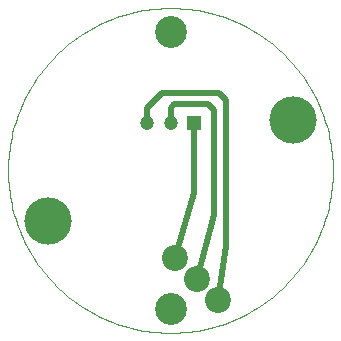
<source format=gtl>
G75*
%MOIN*%
%OFA0B0*%
%FSLAX25Y25*%
%IPPOS*%
%LPD*%
%AMOC8*
5,1,8,0,0,1.08239X$1,22.5*
%
%ADD10C,0.00000*%
%ADD11R,0.04724X0.04724*%
%ADD12C,0.04724*%
%ADD13C,0.08661*%
%ADD14C,0.02000*%
%ADD15C,0.10630*%
%ADD16C,0.15748*%
D10*
X0055134Y0001000D02*
X0053816Y0001016D01*
X0052498Y0001064D01*
X0051182Y0001144D01*
X0049869Y0001257D01*
X0048559Y0001401D01*
X0047252Y0001577D01*
X0045950Y0001785D01*
X0044654Y0002024D01*
X0043364Y0002295D01*
X0042080Y0002597D01*
X0040805Y0002931D01*
X0039538Y0003295D01*
X0038280Y0003690D01*
X0037033Y0004116D01*
X0035796Y0004572D01*
X0034570Y0005058D01*
X0033357Y0005573D01*
X0032156Y0006118D01*
X0030970Y0006693D01*
X0029797Y0007295D01*
X0028640Y0007926D01*
X0027498Y0008586D01*
X0026373Y0009272D01*
X0025265Y0009986D01*
X0024174Y0010727D01*
X0023102Y0011494D01*
X0022049Y0012287D01*
X0021015Y0013105D01*
X0020002Y0013949D01*
X0019009Y0014817D01*
X0018038Y0015708D01*
X0017089Y0016623D01*
X0016163Y0017561D01*
X0015259Y0018521D01*
X0014380Y0019503D01*
X0013524Y0020506D01*
X0012693Y0021529D01*
X0011887Y0022573D01*
X0011107Y0023636D01*
X0010353Y0024717D01*
X0009626Y0025817D01*
X0008926Y0026933D01*
X0008253Y0028067D01*
X0007607Y0029217D01*
X0006990Y0030382D01*
X0006402Y0031561D01*
X0005842Y0032755D01*
X0005312Y0033962D01*
X0004811Y0035181D01*
X0004340Y0036413D01*
X0003899Y0037655D01*
X0003489Y0038908D01*
X0003109Y0040170D01*
X0002760Y0041442D01*
X0002442Y0042721D01*
X0002156Y0044008D01*
X0001900Y0045301D01*
X0001677Y0046600D01*
X0001485Y0047905D01*
X0001325Y0049213D01*
X0001197Y0050525D01*
X0001100Y0051840D01*
X0001036Y0053157D01*
X0001004Y0054475D01*
X0001004Y0055793D01*
X0001036Y0057111D01*
X0001100Y0058428D01*
X0001197Y0059743D01*
X0001325Y0061055D01*
X0001485Y0062363D01*
X0001677Y0063668D01*
X0001900Y0064967D01*
X0002156Y0066260D01*
X0002442Y0067547D01*
X0002760Y0068826D01*
X0003109Y0070098D01*
X0003489Y0071360D01*
X0003899Y0072613D01*
X0004340Y0073855D01*
X0004811Y0075087D01*
X0005312Y0076306D01*
X0005842Y0077513D01*
X0006402Y0078707D01*
X0006990Y0079886D01*
X0007607Y0081051D01*
X0008253Y0082201D01*
X0008926Y0083335D01*
X0009626Y0084451D01*
X0010353Y0085551D01*
X0011107Y0086632D01*
X0011887Y0087695D01*
X0012693Y0088739D01*
X0013524Y0089762D01*
X0014380Y0090765D01*
X0015259Y0091747D01*
X0016163Y0092707D01*
X0017089Y0093645D01*
X0018038Y0094560D01*
X0019009Y0095451D01*
X0020002Y0096319D01*
X0021015Y0097163D01*
X0022049Y0097981D01*
X0023102Y0098774D01*
X0024174Y0099541D01*
X0025265Y0100282D01*
X0026373Y0100996D01*
X0027498Y0101682D01*
X0028640Y0102342D01*
X0029797Y0102973D01*
X0030970Y0103575D01*
X0032156Y0104150D01*
X0033357Y0104695D01*
X0034570Y0105210D01*
X0035796Y0105696D01*
X0037033Y0106152D01*
X0038280Y0106578D01*
X0039538Y0106973D01*
X0040805Y0107337D01*
X0042080Y0107671D01*
X0043364Y0107973D01*
X0044654Y0108244D01*
X0045950Y0108483D01*
X0047252Y0108691D01*
X0048559Y0108867D01*
X0049869Y0109011D01*
X0051182Y0109124D01*
X0052498Y0109204D01*
X0053816Y0109252D01*
X0055134Y0109268D01*
X0056452Y0109252D01*
X0057770Y0109204D01*
X0059086Y0109124D01*
X0060399Y0109011D01*
X0061709Y0108867D01*
X0063016Y0108691D01*
X0064318Y0108483D01*
X0065614Y0108244D01*
X0066904Y0107973D01*
X0068188Y0107671D01*
X0069463Y0107337D01*
X0070730Y0106973D01*
X0071988Y0106578D01*
X0073235Y0106152D01*
X0074472Y0105696D01*
X0075698Y0105210D01*
X0076911Y0104695D01*
X0078112Y0104150D01*
X0079298Y0103575D01*
X0080471Y0102973D01*
X0081628Y0102342D01*
X0082770Y0101682D01*
X0083895Y0100996D01*
X0085003Y0100282D01*
X0086094Y0099541D01*
X0087166Y0098774D01*
X0088219Y0097981D01*
X0089253Y0097163D01*
X0090266Y0096319D01*
X0091259Y0095451D01*
X0092230Y0094560D01*
X0093179Y0093645D01*
X0094105Y0092707D01*
X0095009Y0091747D01*
X0095888Y0090765D01*
X0096744Y0089762D01*
X0097575Y0088739D01*
X0098381Y0087695D01*
X0099161Y0086632D01*
X0099915Y0085551D01*
X0100642Y0084451D01*
X0101342Y0083335D01*
X0102015Y0082201D01*
X0102661Y0081051D01*
X0103278Y0079886D01*
X0103866Y0078707D01*
X0104426Y0077513D01*
X0104956Y0076306D01*
X0105457Y0075087D01*
X0105928Y0073855D01*
X0106369Y0072613D01*
X0106779Y0071360D01*
X0107159Y0070098D01*
X0107508Y0068826D01*
X0107826Y0067547D01*
X0108112Y0066260D01*
X0108368Y0064967D01*
X0108591Y0063668D01*
X0108783Y0062363D01*
X0108943Y0061055D01*
X0109071Y0059743D01*
X0109168Y0058428D01*
X0109232Y0057111D01*
X0109264Y0055793D01*
X0109264Y0054475D01*
X0109232Y0053157D01*
X0109168Y0051840D01*
X0109071Y0050525D01*
X0108943Y0049213D01*
X0108783Y0047905D01*
X0108591Y0046600D01*
X0108368Y0045301D01*
X0108112Y0044008D01*
X0107826Y0042721D01*
X0107508Y0041442D01*
X0107159Y0040170D01*
X0106779Y0038908D01*
X0106369Y0037655D01*
X0105928Y0036413D01*
X0105457Y0035181D01*
X0104956Y0033962D01*
X0104426Y0032755D01*
X0103866Y0031561D01*
X0103278Y0030382D01*
X0102661Y0029217D01*
X0102015Y0028067D01*
X0101342Y0026933D01*
X0100642Y0025817D01*
X0099915Y0024717D01*
X0099161Y0023636D01*
X0098381Y0022573D01*
X0097575Y0021529D01*
X0096744Y0020506D01*
X0095888Y0019503D01*
X0095009Y0018521D01*
X0094105Y0017561D01*
X0093179Y0016623D01*
X0092230Y0015708D01*
X0091259Y0014817D01*
X0090266Y0013949D01*
X0089253Y0013105D01*
X0088219Y0012287D01*
X0087166Y0011494D01*
X0086094Y0010727D01*
X0085003Y0009986D01*
X0083895Y0009272D01*
X0082770Y0008586D01*
X0081628Y0007926D01*
X0080471Y0007295D01*
X0079298Y0006693D01*
X0078112Y0006118D01*
X0076911Y0005573D01*
X0075698Y0005058D01*
X0074472Y0004572D01*
X0073235Y0004116D01*
X0071988Y0003690D01*
X0070730Y0003295D01*
X0069463Y0002931D01*
X0068188Y0002597D01*
X0066904Y0002295D01*
X0065614Y0002024D01*
X0064318Y0001785D01*
X0063016Y0001577D01*
X0061709Y0001401D01*
X0060399Y0001257D01*
X0059086Y0001144D01*
X0057770Y0001064D01*
X0056452Y0001016D01*
X0055134Y0001000D01*
D11*
X0063008Y0070882D03*
D12*
X0055134Y0070882D03*
X0047260Y0070882D03*
D13*
X0056724Y0025984D03*
X0063795Y0018913D03*
X0070866Y0011842D03*
D14*
X0073638Y0029968D01*
X0073638Y0078756D01*
X0071276Y0081118D01*
X0052378Y0081118D01*
X0047260Y0076000D01*
X0047260Y0070882D01*
X0055134Y0070882D02*
X0055134Y0076000D01*
X0056315Y0077181D01*
X0067732Y0077181D01*
X0069701Y0075213D01*
X0069701Y0040173D01*
X0063795Y0018913D01*
X0056724Y0025984D02*
X0063008Y0047622D01*
X0063008Y0070882D01*
D15*
X0055134Y0101394D03*
X0055134Y0008874D03*
D16*
X0014214Y0038184D03*
X0096054Y0072083D03*
M02*

</source>
